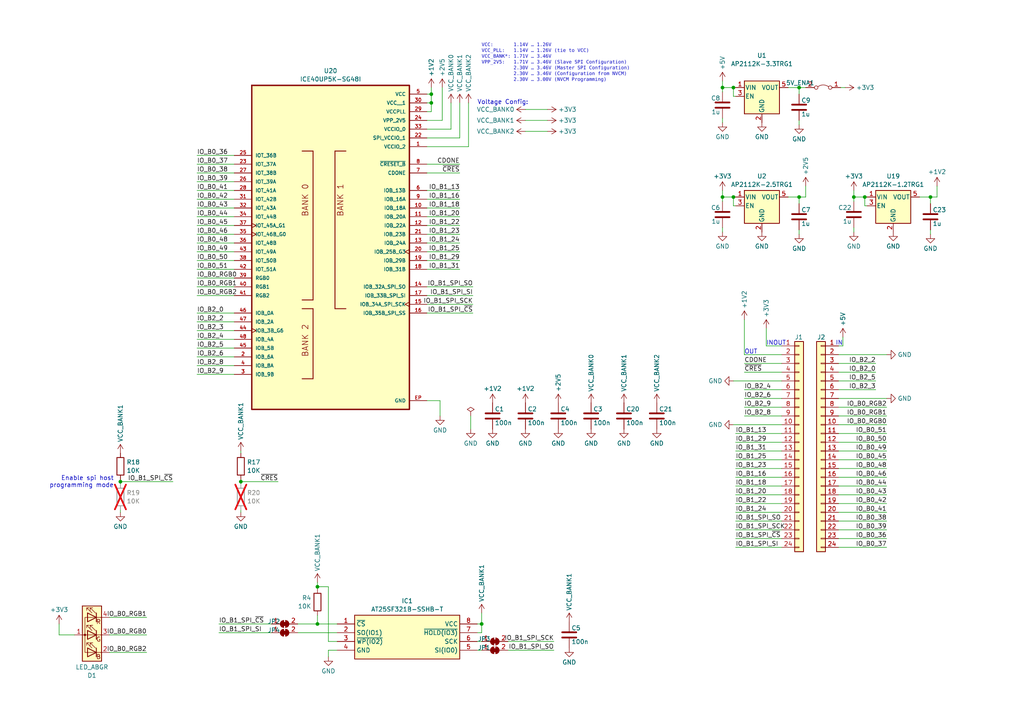
<source format=kicad_sch>
(kicad_sch (version 20230121) (generator eeschema)
  (paper "A4")
  (lib_symbols
    (symbol "Connector_Generic:Conn_01x24" (pin_names (offset 1.016) hide)
      (property "Reference" "J" (at 0 30.48 0))
      (property "Value" "Conn_01x24" (at 0 -33.02 0))
      (symbol "Conn_01x24_1_1"
        (pin passive line (at -5.08 27.94 0) (length 3.81) (name "Pin_1") (number "1"))
        (pin passive line (at -5.08 5.08 0) (length 3.81) (name "Pin_10") (number "10"))
        (pin passive line (at -5.08 2.54 0) (length 3.81) (name "Pin_11") (number "11"))
        (pin passive line (at -5.08 0 0) (length 3.81) (name "Pin_12") (number "12"))
        (pin passive line (at -5.08 -2.54 0) (length 3.81) (name "Pin_13") (number "13"))
        (pin passive line (at -5.08 -5.08 0) (length 3.81) (name "Pin_14") (number "14"))
        (pin passive line (at -5.08 -7.62 0) (length 3.81) (name "Pin_15") (number "15"))
        (pin passive line (at -5.08 -10.16 0) (length 3.81) (name "Pin_16") (number "16"))
        (pin passive line (at -5.08 -12.7 0) (length 3.81) (name "Pin_17") (number "17"))
        (pin passive line (at -5.08 -15.24 0) (length 3.81) (name "Pin_18") (number "18"))
        (pin passive line (at -5.08 -17.78 0) (length 3.81) (name "Pin_19") (number "19"))
        (pin passive line (at -5.08 25.4 0) (length 3.81) (name "Pin_2") (number "2"))
        (pin passive line (at -5.08 -20.32 0) (length 3.81) (name "Pin_20") (number "20"))
        (pin passive line (at -5.08 -22.86 0) (length 3.81) (name "Pin_21") (number "21"))
        (pin passive line (at -5.08 -25.4 0) (length 3.81) (name "Pin_22") (number "22"))
        (pin passive line (at -5.08 -27.94 0) (length 3.81) (name "Pin_23") (number "23"))
        (pin passive line (at -5.08 -30.48 0) (length 3.81) (name "Pin_24") (number "24"))
        (pin passive line (at -5.08 22.86 0) (length 3.81) (name "Pin_3") (number "3"))
        (pin passive line (at -5.08 20.32 0) (length 3.81) (name "Pin_4") (number "4"))
        (pin passive line (at -5.08 17.78 0) (length 3.81) (name "Pin_5") (number "5"))
        (pin passive line (at -5.08 15.24 0) (length 3.81) (name "Pin_6") (number "6"))
        (pin passive line (at -5.08 12.7 0) (length 3.81) (name "Pin_7") (number "7"))
        (pin passive line (at -5.08 10.16 0) (length 3.81) (name "Pin_8") (number "8"))
        (pin passive line (at -5.08 7.62 0) (length 3.81) (name "Pin_9") (number "9"))
      )
    )
    (symbol "Device:C" (pin_numbers hide) (pin_names (offset 0.254))
      (property "Reference" "C" (at 0.635 2.54 0))
      (property "Value" "C" (at 0.635 -2.54 0))
      (symbol "C_1_1"
        (pin passive line (at 0 3.81 270) (length 2.794) (name "~") (number "1"))
        (pin passive line (at 0 -3.81 90) (length 2.794) (name "~") (number "2"))
      )
    )
    (symbol "Device:LED_ABGR" (pin_names (offset 0) hide)
      (property "Reference" "D" (at 0 9.398 0))
      (property "Value" "LED_ABGR" (at 0 -8.89 0))
      (symbol "LED_ABGR_0_0"
        (text "B" (at -1.905 -6.35 0) (effects (font (size 1.27 1.27))))
        (text "G" (at -1.905 -1.27 0) (effects (font (size 1.27 1.27))))
        (text "R" (at -1.905 3.81 0) (effects (font (size 1.27 1.27))))
      )
      (symbol "LED_ABGR_1_1"
        (pin passive line (at 5.08 0 180) (length 2.54) (name "A") (number "1"))
        (pin passive line (at -5.08 -5.08 0) (length 2.54) (name "BK") (number "2"))
        (pin passive line (at -5.08 0 0) (length 2.54) (name "GK") (number "3"))
        (pin passive line (at -5.08 5.08 0) (length 2.54) (name "RK") (number "4"))
      )
    )
    (symbol "Device:R" (pin_numbers hide) (pin_names (offset 0))
      (property "Reference" "R" (at 2.032 0 90))
      (property "Value" "R" (at 0 0 90))
      (symbol "R_1_1"
        (pin passive line (at 0 3.81 270) (length 1.27) (name "~") (number "1"))
        (pin passive line (at 0 -3.81 90) (length 1.27) (name "~") (number "2"))
      )
    )
    (symbol "Jumper:Jumper_2_Bridged" (pin_names (offset 0) hide)
      (property "Reference" "JP" (at 0 1.905 0))
      (property "Value" "Jumper_2_Bridged" (at 0 -2.54 0))
      (symbol "Jumper_2_Bridged_1_1"
        (pin passive line (at -5.08 0 0) (length 2.54) (name "A") (number "1"))
        (pin passive line (at 5.08 0 180) (length 2.54) (name "B") (number "2"))
      )
    )
    (symbol "Jumper:SolderJumper_2_Bridged" (pin_names (offset 0) hide)
      (property "Reference" "JP" (at 0 2.032 0))
      (property "Value" "SolderJumper_2_Bridged" (at 0 -2.54 0))
      (symbol "SolderJumper_2_Bridged_1_1"
        (pin passive line (at -3.81 0 0) (length 2.54) (name "A") (number "1"))
        (pin passive line (at 3.81 0 180) (length 2.54) (name "B") (number "2"))
      )
    )
    (symbol "compi:AP2112K-1.2TRG1" (pin_names (offset 0.254))
      (property "Reference" "U18" (at 0 8.5893 0))
      (property "Value" "AP2112K-1.2TRG1" (at 0 6.1651 0))
      (symbol "AP2112K-1.2TRG1_1_1"
        (pin power_in line (at -7.62 2.54 0) (length 2.54) (name "VIN") (number "1"))
        (pin power_in line (at 0 -7.62 90) (length 2.54) (name "GND") (number "2"))
        (pin input line (at -7.62 0 0) (length 2.54) (name "EN") (number "3"))
        (pin no_connect line (at 5.08 0 180) (length 2.54) hide (name "NC") (number "4"))
        (pin power_out line (at 7.62 2.54 180) (length 2.54) (name "VOUT") (number "5"))
      )
    )
    (symbol "compi:AP2112K-2.5TRG1" (pin_names (offset 0.254))
      (property "Reference" "U18" (at 0 8.5893 0))
      (property "Value" "AP2112K-2.5TRG1" (at 0 6.1651 0))
      (symbol "AP2112K-2.5TRG1_1_1"
        (pin power_in line (at -7.62 2.54 0) (length 2.54) (name "VIN") (number "1"))
        (pin power_in line (at 0 -7.62 90) (length 2.54) (name "GND") (number "2"))
        (pin input line (at -7.62 0 0) (length 2.54) (name "EN") (number "3"))
        (pin no_connect line (at 5.08 0 180) (length 2.54) hide (name "NC") (number "4"))
        (pin power_out line (at 7.62 2.54 180) (length 2.54) (name "VOUT") (number "5"))
      )
    )
    (symbol "compi:AP2112K-3.3TRG1" (pin_names (offset 0.254))
      (property "Reference" "U18" (at 0 8.5893 0))
      (property "Value" "AP2112K-3.3TRG1" (at 0 6.1651 0))
      (symbol "AP2112K-3.3TRG1_1_1"
        (pin power_in line (at -7.62 2.54 0) (length 2.54) (name "VIN") (number "1"))
        (pin power_in line (at 0 -7.62 90) (length 2.54) (name "GND") (number "2"))
        (pin input line (at -7.62 0 0) (length 2.54) (name "EN") (number "3"))
        (pin no_connect line (at 5.08 0 180) (length 2.54) hide (name "NC") (number "4"))
        (pin power_out line (at 7.62 2.54 180) (length 2.54) (name "VOUT") (number "5"))
      )
    )
    (symbol "compi:AT25SF321B-SSHB-T"
      (property "Reference" "IC" (at 36.83 7.62 0))
      (property "Value" "AT25SF321B-SSHB-T" (at 36.83 5.08 0))
      (symbol "AT25SF321B-SSHB-T_1_1"
        (pin passive line (at 0 0 0) (length 5.08) (name "~{CS}") (number "1"))
        (pin passive line (at 0 -2.54 0) (length 5.08) (name "SO(IO1)") (number "2"))
        (pin passive line (at 0 -5.08 0) (length 5.08) (name "~{WP(IO2)}") (number "3"))
        (pin passive line (at 0 -7.62 0) (length 5.08) (name "GND") (number "4"))
        (pin passive line (at 40.64 -7.62 180) (length 5.08) (name "SI(IO0)") (number "5"))
        (pin passive line (at 40.64 -5.08 180) (length 5.08) (name "SCK") (number "6"))
        (pin passive line (at 40.64 -2.54 180) (length 5.08) (name "~{HOLD(IO3)}") (number "7"))
        (pin passive line (at 40.64 0 180) (length 5.08) (name "VCC") (number "8"))
      )
    )
    (symbol "compi:ICE40UP5K-SG48I" (pin_names (offset 1.016))
      (property "Reference" "U" (at -22.8909 46.7699 0))
      (property "Value" "ICE40UP5K-SG48I" (at -22.923 -51.3581 0))
      (symbol "ICE40UP5K-SG48I_0_1"
        (text "BANK 0" (at -6.3623 7.6347 900) (effects (font (size 1.6796 1.6796)) (justify left bottom)))
        (text "BANK 1" (at 3.8165 7.6331 900) (effects (font (size 1.6793 1.6793)) (justify left bottom)))
        (text "BANK 2" (at -6.3585 -33.0641 900) (effects (font (size 1.6786 1.6786)) (justify left bottom)))
        (pin power_in line (at 27.94 27.94 180) (length 5.08) (name "VCCIO_2") (number "1"))
        (pin bidirectional line (at 27.94 10.16 180) (length 5.08) (name "IOB_18A") (number "10"))
        (pin bidirectional line (at 27.94 7.62 180) (length 5.08) (name "IOB_20A") (number "11"))
        (pin bidirectional line (at 27.94 5.08 180) (length 5.08) (name "IOB_22A") (number "12"))
        (pin bidirectional line (at 27.94 0 180) (length 5.08) (name "IOB_24A") (number "13"))
        (pin bidirectional line (at 27.94 -12.7 180) (length 5.08) (name "IOB_32A_SPI_SO") (number "14"))
        (pin bidirectional clock (at 27.94 -17.78 180) (length 5.08) (name "IOB_34A_SPI_SCK") (number "15"))
        (pin bidirectional line (at 27.94 -20.32 180) (length 5.08) (name "IOB_35B_SPI_SS") (number "16"))
        (pin bidirectional line (at 27.94 -15.24 180) (length 5.08) (name "IOB_33B_SPI_SI") (number "17"))
        (pin bidirectional line (at 27.94 -7.62 180) (length 5.08) (name "IOB_31B") (number "18"))
        (pin bidirectional line (at 27.94 -5.08 180) (length 5.08) (name "IOB_29B") (number "19"))
        (pin bidirectional line (at -27.94 -33.02 0) (length 5.08) (name "IOB_6A") (number "2"))
        (pin bidirectional clock (at 27.94 -2.54 180) (length 5.08) (name "IOB_25B_G3") (number "20"))
        (pin bidirectional line (at 27.94 2.54 180) (length 5.08) (name "IOB_23B") (number "21"))
        (pin power_in line (at 27.94 30.48 180) (length 5.08) (name "SPI_VCCIO_1") (number "22"))
        (pin bidirectional line (at -27.94 22.86 0) (length 5.08) (name "IOT_37A") (number "23"))
        (pin power_in line (at 27.94 35.56 180) (length 5.08) (name "VPP_2V5") (number "24"))
        (pin bidirectional line (at -27.94 25.4 0) (length 5.08) (name "IOT_36B") (number "25"))
        (pin bidirectional line (at -27.94 17.78 0) (length 5.08) (name "IOT_39A") (number "26"))
        (pin bidirectional line (at -27.94 20.32 0) (length 5.08) (name "IOT_38B") (number "27"))
        (pin bidirectional line (at -27.94 15.24 0) (length 5.08) (name "IOT_41A") (number "28"))
        (pin power_in line (at 27.94 38.1 180) (length 5.08) (name "VCCPLL") (number "29"))
        (pin bidirectional line (at -27.94 -38.1 0) (length 5.08) (name "IOB_9B") (number "3"))
        (pin power_in line (at 27.94 40.64 180) (length 5.08) (name "VCC__1") (number "30"))
        (pin bidirectional line (at -27.94 12.7 0) (length 5.08) (name "IOT_42B") (number "31"))
        (pin bidirectional line (at -27.94 10.16 0) (length 5.08) (name "IOT_43A") (number "32"))
        (pin power_in line (at 27.94 33.02 180) (length 5.08) (name "VCCIO_0") (number "33"))
        (pin bidirectional line (at -27.94 7.62 0) (length 5.08) (name "IOT_44B") (number "34"))
        (pin bidirectional clock (at -27.94 2.54 0) (length 5.08) (name "IOT_46B_G0") (number "35"))
        (pin bidirectional line (at -27.94 0 0) (length 5.08) (name "IOT_48B") (number "36"))
        (pin bidirectional clock (at -27.94 5.08 0) (length 5.08) (name "IOT_45A_G1") (number "37"))
        (pin bidirectional line (at -27.94 -5.08 0) (length 5.08) (name "IOT_50B") (number "38"))
        (pin bidirectional line (at -27.94 -10.16 0) (length 5.08) (name "RGB0") (number "39"))
        (pin bidirectional line (at -27.94 -35.56 0) (length 5.08) (name "IOB_8A") (number "4"))
        (pin bidirectional line (at -27.94 -12.7 0) (length 5.08) (name "RGB1") (number "40"))
        (pin bidirectional line (at -27.94 -15.24 0) (length 5.08) (name "RGB2") (number "41"))
        (pin bidirectional line (at -27.94 -7.62 0) (length 5.08) (name "IOT_51A") (number "42"))
        (pin bidirectional line (at -27.94 -2.54 0) (length 5.08) (name "IOT_49A") (number "43"))
        (pin bidirectional clock (at -27.94 -25.4 0) (length 5.08) (name "IOB_3B_G6") (number "44"))
        (pin bidirectional line (at -27.94 -30.48 0) (length 5.08) (name "IOB_5B") (number "45"))
        (pin bidirectional line (at -27.94 -20.32 0) (length 5.08) (name "IOB_0A") (number "46"))
        (pin bidirectional line (at -27.94 -22.86 0) (length 5.08) (name "IOB_2A") (number "47"))
        (pin bidirectional line (at -27.94 -27.94 0) (length 5.08) (name "IOB_4A") (number "48"))
        (pin power_in line (at 27.94 43.18 180) (length 5.08) (name "VCC") (number "5"))
        (pin bidirectional line (at 27.94 15.24 180) (length 5.08) (name "IOB_13B") (number "6"))
        (pin bidirectional line (at 27.94 20.32 180) (length 5.08) (name "CDONE") (number "7"))
        (pin input line (at 27.94 22.86 180) (length 5.08) (name "~{CRESET_B}") (number "8"))
        (pin bidirectional line (at 27.94 12.7 180) (length 5.08) (name "IOB_16A") (number "9"))
        (pin power_in line (at 27.94 -45.72 180) (length 5.08) (name "GND") (number "EP"))
      )
    )
    (symbol "library:VCC_BANK0" (power) (pin_names (offset 0))
      (property "Value" "VCC_BANK0" (at 0 3.81 0))
      (symbol "VCC_BANK0_1_1"
        (pin power_in line (at 0 0 90) (length 0) hide (name "VCC_BANK0") (number "1"))
      )
    )
    (symbol "library:VCC_BANK1" (power) (pin_names (offset 0))
      (property "Value" "VCC_BANK1" (at 0 3.81 0))
      (symbol "VCC_BANK1_1_1"
        (pin power_in line (at 0 0 90) (length 0) hide (name "VCC_BANK1") (number "1"))
      )
    )
    (symbol "library:VCC_BANK2" (power) (pin_names (offset 0))
      (property "Value" "VCC_BANK2" (at 0 3.81 0))
      (symbol "VCC_BANK2_1_1"
        (pin power_in line (at 0 0 90) (length 0) hide (name "VCC_BANK2") (number "1"))
      )
    )
    (symbol "power:+1V2" (power) (pin_names (offset 0))
      (property "Value" "+1V2" (at 0 3.556 0))
      (symbol "+1V2_1_1"
        (pin power_in line (at 0 0 90) (length 0) hide (name "+1V2") (number "1"))
      )
    )
    (symbol "power:+2V5" (power) (pin_names (offset 0))
      (property "Value" "+2V5" (at 0 3.556 0))
      (symbol "+2V5_1_1"
        (pin power_in line (at 0 0 90) (length 0) hide (name "+2V5") (number "1"))
      )
    )
    (symbol "power:+3V3" (power) (pin_names (offset 0))
      (property "Value" "+3V3" (at 0 3.556 0))
      (symbol "+3V3_1_1"
        (pin power_in line (at 0 0 90) (length 0) hide (name "+3V3") (number "1"))
      )
    )
    (symbol "power:+5V" (power) (pin_names (offset 0))
      (property "Value" "+5V" (at 0 3.556 0))
      (symbol "+5V_1_1"
        (pin power_in line (at 0 0 90) (length 0) hide (name "+5V") (number "1"))
      )
    )
    (symbol "power:GND" (power) (pin_names (offset 0))
      (property "Value" "GND" (at 0 -3.81 0))
      (symbol "GND_1_1"
        (pin power_in line (at 0 0 270) (length 0) hide (name "GND") (number "1"))
      )
    )
    (symbol "power:PWR_FLAG" (power) (pin_numbers hide) (pin_names (offset 0) hide)
      (property "Value" "PWR_FLAG" (at 0 3.81 0))
      (symbol "PWR_FLAG_0_0"
        (pin power_out line (at 0 0 90) (length 0) (name "pwr") (number "1"))
      )
    )
  )
  (junction (at 34.925 139.7))
  (junction (at 125.095 29.845))
  (junction (at 231.775 25.4))
  (junction (at 69.85 139.7))
  (junction (at 212.725 57.15))
  (junction (at 269.875 57.15))
  (junction (at 125.095 27.305))
  (junction (at 92.075 180.975))
  (junction (at 209.55 25.4))
  (junction (at 92.075 170.18))
  (junction (at 139.7 180.975))
  (junction (at 247.65 57.15))
  (junction (at 250.825 57.15))
  (junction (at 231.775 57.15))
  (junction (at 209.55 57.15))
  (junction (at 212.725 25.4))
  (wire (pts (xy 57.15 98.425) (xy 67.945 98.425)))
  (wire (pts (xy 228.6 25.4) (xy 231.775 25.4)))
  (wire (pts (xy 209.55 23.495) (xy 209.55 25.4)))
  (wire (pts (xy 123.825 34.925) (xy 128.27 34.925)))
  (wire (pts (xy 215.9 118.11) (xy 226.695 118.11)))
  (wire (pts (xy 212.725 25.4) (xy 213.36 25.4)))
  (wire (pts (xy 213.36 151.13) (xy 226.695 151.13)))
  (wire (pts (xy 123.825 73.025) (xy 133.35 73.025)))
  (wire (pts (xy 57.15 108.585) (xy 67.945 108.585)))
  (wire (pts (xy 67.945 90.805) (xy 57.15 90.805)))
  (wire (pts (xy 57.15 100.965) (xy 67.945 100.965)))
  (wire (pts (xy 226.695 138.43) (xy 213.36 138.43)))
  (wire (pts (xy 247.65 58.42) (xy 247.65 57.15)))
  (wire (pts (xy 123.825 27.305) (xy 125.095 27.305)))
  (wire (pts (xy 212.725 25.4) (xy 212.725 27.94)))
  (wire (pts (xy 69.85 139.065) (xy 69.85 139.7)))
  (wire (pts (xy 231.775 57.15) (xy 233.68 57.15)))
  (wire (pts (xy 57.15 78.105) (xy 67.945 78.105)))
  (wire (pts (xy 123.825 75.565) (xy 133.35 75.565)))
  (wire (pts (xy 57.15 60.325) (xy 67.945 60.325)))
  (wire (pts (xy 137.16 83.185) (xy 123.825 83.185)))
  (wire (pts (xy 92.075 170.815) (xy 92.075 170.18)))
  (wire (pts (xy 123.825 67.945) (xy 133.35 67.945)))
  (wire (pts (xy 57.15 106.045) (xy 67.945 106.045)))
  (wire (pts (xy 57.15 103.505) (xy 67.945 103.505)))
  (wire (pts (xy 130.81 29.845) (xy 130.81 37.465)))
  (wire (pts (xy 92.075 168.91) (xy 92.075 170.18)))
  (wire (pts (xy 226.695 146.05) (xy 213.36 146.05)))
  (wire (pts (xy 123.825 50.165) (xy 133.35 50.165)))
  (wire (pts (xy 266.7 57.15) (xy 269.875 57.15)))
  (wire (pts (xy 138.43 180.975) (xy 139.7 180.975)))
  (wire (pts (xy 57.15 62.865) (xy 67.945 62.865)))
  (wire (pts (xy 269.875 57.15) (xy 271.78 57.15)))
  (wire (pts (xy 57.15 57.785) (xy 67.945 57.785)))
  (wire (pts (xy 226.695 148.59) (xy 213.36 148.59)))
  (wire (pts (xy 257.175 143.51) (xy 243.205 143.51)))
  (wire (pts (xy 69.85 147.955) (xy 69.85 148.59)))
  (wire (pts (xy 57.15 83.185) (xy 67.945 83.185)))
  (wire (pts (xy 209.55 34.29) (xy 209.55 35.56)))
  (wire (pts (xy 215.9 115.57) (xy 226.695 115.57)))
  (wire (pts (xy 34.925 139.7) (xy 34.925 140.335)))
  (wire (pts (xy 152.4 34.925) (xy 158.75 34.925)))
  (wire (pts (xy 152.4 38.1) (xy 158.75 38.1)))
  (wire (pts (xy 138.43 188.595) (xy 139.7 188.595)))
  (wire (pts (xy 57.15 93.345) (xy 67.945 93.345)))
  (wire (pts (xy 63.5 180.975) (xy 78.74 180.975)))
  (wire (pts (xy 231.775 25.4) (xy 233.68 25.4)))
  (wire (pts (xy 57.15 73.025) (xy 67.945 73.025)))
  (wire (pts (xy 247.65 55.245) (xy 247.65 57.15)))
  (wire (pts (xy 257.175 135.89) (xy 243.205 135.89)))
  (wire (pts (xy 123.825 47.625) (xy 133.35 47.625)))
  (wire (pts (xy 137.16 88.265) (xy 123.825 88.265)))
  (wire (pts (xy 69.85 139.7) (xy 80.645 139.7)))
  (wire (pts (xy 269.875 66.675) (xy 269.875 67.945)))
  (wire (pts (xy 213.36 158.75) (xy 226.695 158.75)))
  (wire (pts (xy 92.075 180.975) (xy 97.79 180.975)))
  (wire (pts (xy 257.175 138.43) (xy 243.205 138.43)))
  (wire (pts (xy 250.825 57.15) (xy 251.46 57.15)))
  (wire (pts (xy 250.825 59.69) (xy 251.46 59.69)))
  (wire (pts (xy 123.825 65.405) (xy 133.35 65.405)))
  (wire (pts (xy 123.825 32.385) (xy 125.095 32.385)))
  (wire (pts (xy 95.25 170.18) (xy 95.25 186.055)))
  (wire (pts (xy 231.775 34.925) (xy 231.775 36.195)))
  (wire (pts (xy 231.775 25.4) (xy 231.775 27.305)))
  (wire (pts (xy 86.36 183.515) (xy 97.79 183.515)))
  (wire (pts (xy 209.55 66.04) (xy 209.55 67.31)))
  (wire (pts (xy 123.825 116.205) (xy 127.635 116.205)))
  (wire (pts (xy 245.11 25.4) (xy 243.84 25.4)))
  (wire (pts (xy 34.925 139.7) (xy 50.165 139.7)))
  (wire (pts (xy 226.695 125.73) (xy 213.36 125.73)))
  (wire (pts (xy 244.475 97.79) (xy 244.475 100.33)))
  (wire (pts (xy 57.15 50.165) (xy 67.945 50.165)))
  (wire (pts (xy 86.36 180.975) (xy 92.075 180.975)))
  (wire (pts (xy 95.25 186.055) (xy 97.79 186.055)))
  (wire (pts (xy 95.25 188.595) (xy 95.25 190.5)))
  (wire (pts (xy 125.095 25.4) (xy 125.095 27.305)))
  (wire (pts (xy 257.175 118.11) (xy 243.205 118.11)))
  (wire (pts (xy 228.6 57.15) (xy 231.775 57.15)))
  (wire (pts (xy 257.175 151.13) (xy 243.205 151.13)))
  (wire (pts (xy 123.825 62.865) (xy 133.35 62.865)))
  (wire (pts (xy 97.79 188.595) (xy 95.25 188.595)))
  (wire (pts (xy 160.655 186.055) (xy 147.32 186.055)))
  (wire (pts (xy 226.695 110.49) (xy 212.725 110.49)))
  (wire (pts (xy 257.175 130.81) (xy 243.205 130.81)))
  (wire (pts (xy 233.68 53.975) (xy 233.68 57.15)))
  (wire (pts (xy 57.15 65.405) (xy 67.945 65.405)))
  (wire (pts (xy 92.075 170.18) (xy 95.25 170.18)))
  (wire (pts (xy 42.545 189.23) (xy 31.75 189.23)))
  (wire (pts (xy 123.825 29.845) (xy 125.095 29.845)))
  (wire (pts (xy 212.725 57.15) (xy 213.36 57.15)))
  (wire (pts (xy 269.875 57.15) (xy 269.875 59.055)))
  (wire (pts (xy 226.695 140.97) (xy 213.36 140.97)))
  (wire (pts (xy 57.15 70.485) (xy 67.945 70.485)))
  (wire (pts (xy 226.695 102.87) (xy 215.9 102.87)))
  (wire (pts (xy 138.43 186.055) (xy 139.7 186.055)))
  (wire (pts (xy 226.695 107.95) (xy 215.9 107.95)))
  (wire (pts (xy 213.36 156.21) (xy 226.695 156.21)))
  (wire (pts (xy 243.205 102.87) (xy 257.175 102.87)))
  (wire (pts (xy 212.725 27.94) (xy 213.36 27.94)))
  (wire (pts (xy 123.825 42.545) (xy 135.89 42.545)))
  (wire (pts (xy 212.725 57.15) (xy 212.725 59.69)))
  (wire (pts (xy 123.825 70.485) (xy 133.35 70.485)))
  (wire (pts (xy 57.15 80.645) (xy 67.945 80.645)))
  (wire (pts (xy 123.825 40.005) (xy 133.35 40.005)))
  (wire (pts (xy 57.15 85.725) (xy 67.945 85.725)))
  (wire (pts (xy 257.175 120.65) (xy 243.205 120.65)))
  (wire (pts (xy 257.175 146.05) (xy 243.205 146.05)))
  (wire (pts (xy 139.7 177.8) (xy 139.7 180.975)))
  (wire (pts (xy 34.925 147.955) (xy 34.925 148.59)))
  (wire (pts (xy 42.545 179.07) (xy 31.75 179.07)))
  (wire (pts (xy 92.075 178.435) (xy 92.075 180.975)))
  (wire (pts (xy 128.27 25.4) (xy 128.27 34.925)))
  (wire (pts (xy 209.55 26.67) (xy 209.55 25.4)))
  (wire (pts (xy 127.635 116.205) (xy 127.635 120.65)))
  (wire (pts (xy 257.175 123.19) (xy 243.205 123.19)))
  (wire (pts (xy 226.695 130.81) (xy 213.36 130.81)))
  (wire (pts (xy 57.15 45.085) (xy 67.945 45.085)))
  (wire (pts (xy 257.175 128.27) (xy 243.205 128.27)))
  (wire (pts (xy 226.695 100.33) (xy 222.25 100.33)))
  (wire (pts (xy 137.16 90.805) (xy 123.825 90.805)))
  (wire (pts (xy 135.89 29.845) (xy 135.89 42.545)))
  (wire (pts (xy 226.695 143.51) (xy 213.36 143.51)))
  (wire (pts (xy 123.825 57.785) (xy 133.35 57.785)))
  (wire (pts (xy 209.55 57.15) (xy 212.725 57.15)))
  (wire (pts (xy 254 110.49) (xy 243.205 110.49)))
  (wire (pts (xy 226.695 113.03) (xy 215.9 113.03)))
  (wire (pts (xy 123.825 78.105) (xy 133.35 78.105)))
  (wire (pts (xy 139.7 180.975) (xy 139.7 183.515)))
  (wire (pts (xy 247.65 66.04) (xy 247.65 67.31)))
  (wire (pts (xy 63.5 183.515) (xy 78.74 183.515)))
  (wire (pts (xy 123.825 55.245) (xy 133.35 55.245)))
  (wire (pts (xy 213.36 153.67) (xy 226.695 153.67)))
  (wire (pts (xy 123.825 60.325) (xy 133.35 60.325)))
  (wire (pts (xy 215.9 92.71) (xy 215.9 102.87)))
  (wire (pts (xy 212.725 59.69) (xy 213.36 59.69)))
  (wire (pts (xy 152.4 31.75) (xy 158.75 31.75)))
  (wire (pts (xy 160.655 188.595) (xy 147.32 188.595)))
  (wire (pts (xy 133.35 29.845) (xy 133.35 40.005)))
  (wire (pts (xy 137.16 85.725) (xy 123.825 85.725)))
  (wire (pts (xy 226.695 123.19) (xy 212.725 123.19)))
  (wire (pts (xy 226.695 133.35) (xy 213.36 133.35)))
  (wire (pts (xy 226.695 128.27) (xy 213.36 128.27)))
  (wire (pts (xy 125.095 27.305) (xy 125.095 29.845)))
  (wire (pts (xy 209.55 55.245) (xy 209.55 57.15)))
  (wire (pts (xy 215.9 120.65) (xy 226.695 120.65)))
  (wire (pts (xy 254 105.41) (xy 243.205 105.41)))
  (wire (pts (xy 34.925 139.065) (xy 34.925 139.7)))
  (wire (pts (xy 257.175 156.21) (xy 243.205 156.21)))
  (wire (pts (xy 57.15 95.885) (xy 67.945 95.885)))
  (wire (pts (xy 257.175 140.97) (xy 243.205 140.97)))
  (wire (pts (xy 138.43 183.515) (xy 139.7 183.515)))
  (wire (pts (xy 69.85 130.81) (xy 69.85 131.445)))
  (wire (pts (xy 57.15 75.565) (xy 67.945 75.565)))
  (wire (pts (xy 254 107.95) (xy 243.205 107.95)))
  (wire (pts (xy 209.55 25.4) (xy 212.725 25.4)))
  (wire (pts (xy 57.15 55.245) (xy 67.945 55.245)))
  (wire (pts (xy 57.15 52.705) (xy 67.945 52.705)))
  (wire (pts (xy 257.175 133.35) (xy 243.205 133.35)))
  (wire (pts (xy 257.175 158.75) (xy 243.205 158.75)))
  (wire (pts (xy 247.65 57.15) (xy 250.825 57.15)))
  (wire (pts (xy 57.15 67.945) (xy 67.945 67.945)))
  (wire (pts (xy 57.15 47.625) (xy 67.945 47.625)))
  (wire (pts (xy 17.145 180.975) (xy 17.145 184.15)))
  (wire (pts (xy 42.545 184.15) (xy 31.75 184.15)))
  (wire (pts (xy 257.175 153.67) (xy 243.205 153.67)))
  (wire (pts (xy 250.825 57.15) (xy 250.825 59.69)))
  (wire (pts (xy 123.825 37.465) (xy 130.81 37.465)))
  (wire (pts (xy 257.175 125.73) (xy 243.205 125.73)))
  (wire (pts (xy 17.145 184.15) (xy 21.59 184.15)))
  (wire (pts (xy 222.25 95.25) (xy 222.25 100.33)))
  (wire (pts (xy 243.205 115.57) (xy 257.175 115.57)))
  (wire (pts (xy 226.695 135.89) (xy 213.36 135.89)))
  (wire (pts (xy 243.205 100.33) (xy 244.475 100.33)))
  (wire (pts (xy 271.78 53.975) (xy 271.78 57.15)))
  (wire (pts (xy 231.775 57.15) (xy 231.775 59.055)))
  (wire (pts (xy 257.175 148.59) (xy 243.205 148.59)))
  (wire (pts (xy 209.55 58.42) (xy 209.55 57.15)))
  (wire (pts (xy 136.525 120.65) (xy 136.525 124.46)))
  (wire (pts (xy 231.775 66.675) (xy 231.775 67.945)))
  (wire (pts (xy 69.85 139.7) (xy 69.85 140.335)))
  (wire (pts (xy 254 113.03) (xy 243.205 113.03)))
  (wire (pts (xy 125.095 29.845) (xy 125.095 32.385)))
  (wire (pts (xy 226.695 105.41) (xy 215.9 105.41)))
  (text "Enable spi host\nprogramming mode" (at 33.02 141.605 0) (effects (font (size 1.27 1.27)) (justify right bottom)))
  (text "INOUT" (at 222.25 100.33 0) (effects (font (size 1.27 1.27)) (justify left bottom)))
  (text "OUT" (at 215.9 102.87 0) (effects (font (size 1.27 1.27)) (justify left bottom)))
  (text "Voltage Config:" (at 138.43 30.48 0) (effects (font (size 1.27 1.27)) (justify left bottom)))
  (text "VCC:       1.14V … 1.26V\nVCC_PLL:   1.14V … 1.26V (tie to VCC)\nVCC_BANK*: 1.71V … 3.46V\nVPP_2V5:   1.71V … 3.46V (Slave SPI Configuration)\n           2.30V … 3.46V (Master SPI Configuration)\n           2.30V … 3.46V (Configuration from NVCM)\n           2.30V … 3.00V (NVCM Programming)" (at 139.7 24.13 0) (effects (font (size 1 1)) (justify left bottom)))
  (text "IN" (at 244.475 100.33 0) (effects (font (size 1.27 1.27)) (justify right bottom)))
  (label "IO_B0_51" (at 57.15 78.105 0))
  (label "IO_B1_SPI_SCK" (at 160.655 186.055 180))
  (label "IO_B1_22" (at 213.36 146.05 0))
  (label "IO_B1_31" (at 213.36 130.81 0))
  (label "IO_B0_RGB2" (at 42.545 189.23 180))
  (label "IO_B1_24" (at 133.35 70.485 180))
  (label "IO_B2_4" (at 57.15 98.425 0))
  (label "IO_B0_49" (at 257.175 130.81 180))
  (label "IO_B1_SPI_~{CS}" (at 137.16 90.805 180))
  (label "IO_B0_41" (at 57.15 55.245 0))
  (label "IO_B0_43" (at 57.15 60.325 0))
  (label "~{CRES}" (at 80.645 139.7 180))
  (label "IO_B2_8" (at 215.9 120.65 0))
  (label "IO_B2_9" (at 215.9 118.11 0))
  (label "IO_B2_6" (at 215.9 115.57 0))
  (label "IO_B2_8" (at 57.15 106.045 0))
  (label "CDONE" (at 215.9 105.41 0))
  (label "IO_B1_13" (at 133.35 55.245 180))
  (label "IO_B0_48" (at 257.175 135.89 180))
  (label "IO_B2_2" (at 57.15 93.345 0))
  (label "IO_B0_42" (at 257.175 146.05 180))
  (label "IO_B1_SPI_SO" (at 160.655 188.595 180))
  (label "IO_B2_0" (at 254 107.95 180))
  (label "IO_B2_6" (at 57.15 103.505 0))
  (label "IO_B0_50" (at 57.15 75.565 0))
  (label "IO_B0_37" (at 57.15 47.625 0))
  (label "IO_B0_48" (at 57.15 70.485 0))
  (label "IO_B2_5" (at 57.15 100.965 0))
  (label "IO_B1_20" (at 213.36 143.51 0))
  (label "IO_B0_50" (at 257.175 128.27 180))
  (label "IO_B1_20" (at 133.35 62.865 180))
  (label "IO_B1_25" (at 213.36 133.35 0))
  (label "IO_B0_46" (at 257.175 138.43 180))
  (label "IO_B0_42" (at 57.15 57.785 0))
  (label "IO_B0_RGB0" (at 57.15 80.645 0))
  (label "IO_B0_36" (at 57.15 45.085 0))
  (label "IO_B0_49" (at 57.15 73.025 0))
  (label "IO_B1_SPI_SI" (at 137.16 85.725 180))
  (label "IO_B0_RGB0" (at 42.545 184.15 180))
  (label "IO_B0_51" (at 257.175 125.73 180))
  (label "IO_B2_2" (at 254 105.41 180))
  (label "IO_B0_44" (at 257.175 140.97 180))
  (label "IO_B1_23" (at 213.36 135.89 0))
  (label "IO_B1_18" (at 213.36 140.97 0))
  (label "IO_B0_38" (at 57.15 50.165 0))
  (label "~{CRES}" (at 215.9 107.95 0))
  (label "IO_B2_5" (at 254 110.49 180))
  (label "IO_B0_37" (at 257.175 158.75 180))
  (label "IO_B1_SPI_~{CS}" (at 213.36 156.21 0))
  (label "IO_B1_SPI_SI" (at 63.5 183.515 0))
  (label "IO_B0_44" (at 57.15 62.865 0))
  (label "IO_B1_16" (at 133.35 57.785 180))
  (label "IO_B1_25" (at 133.35 73.025 180))
  (label "IO_B0_45" (at 57.15 65.405 0))
  (label "IO_B2_4" (at 215.9 113.03 0))
  (label "IO_B0_36" (at 257.175 156.21 180))
  (label "IO_B0_RGB1" (at 57.15 83.185 0))
  (label "IO_B0_RGB0" (at 257.175 123.19 180))
  (label "IO_B1_SPI_SCK" (at 137.16 88.265 180))
  (label "IO_B1_22" (at 133.35 65.405 180))
  (label "IO_B1_SPI_SO" (at 137.16 83.185 180))
  (label "IO_B1_18" (at 133.35 60.325 180))
  (label "IO_B1_16" (at 213.36 138.43 0))
  (label "CDONE" (at 133.35 47.625 180))
  (label "IO_B1_29" (at 133.35 75.565 180))
  (label "IO_B0_39" (at 257.175 153.67 180))
  (label "IO_B1_SPI_SO" (at 213.36 151.13 0))
  (label "IO_B1_SPI_SI" (at 213.36 158.75 0))
  (label "IO_B1_SPI_SCK" (at 213.36 153.67 0))
  (label "IO_B1_SPI_~{CS}" (at 63.5 180.975 0))
  (label "IO_B0_RGB2" (at 57.15 85.725 0))
  (label "IO_B0_RGB1" (at 42.545 179.07 180))
  (label "IO_B0_RGB1" (at 257.175 120.65 180))
  (label "IO_B0_46" (at 57.15 67.945 0))
  (label "IO_B0_43" (at 257.175 143.51 180))
  (label "IO_B2_3" (at 254 113.03 180))
  (label "IO_B0_38" (at 257.175 151.13 180))
  (label "IO_B1_29" (at 213.36 128.27 0))
  (label "IO_B2_9" (at 57.15 108.585 0))
  (label "IO_B1_24" (at 213.36 148.59 0))
  (label "IO_B2_0" (at 57.15 90.805 0))
  (label "IO_B1_31" (at 133.35 78.105 180))
  (label "IO_B1_SPI_~{CS}" (at 50.165 139.7 180))
  (label "IO_B0_39" (at 57.15 52.705 0))
  (label "IO_B0_45" (at 257.175 133.35 180))
  (label "IO_B2_3" (at 57.15 95.885 0))
  (label "IO_B0_41" (at 257.175 148.59 180))
  (label "~{CRES}" (at 133.35 50.165 180))
  (label "IO_B1_13" (at 213.36 125.73 0))
  (label "IO_B1_23" (at 133.35 67.945 180))
  (label "IO_B0_RGB2" (at 257.175 118.11 180))
  (symbol (lib_id "library:VCC_BANK2") (at 135.89 29.845 0) (unit 1)
    (property "Reference" "#PWR014" (effects hide))
    (property "Value" "VCC_BANK2" (at 135.89 26.67 90) (effects (justify left)))
  )
  (symbol (lib_id "power:GND") (at 259.08 67.31 0) (unit 1)
    (property "Reference" "#PWR0151" (effects hide))
    (property "Value" "GND" (at 259.08 71.4431 0))
  )
  (symbol (lib_id "power:GND") (at 127.635 120.65 0) (unit 1)
    (property "Reference" "#PWR037" (effects hide))
    (property "Value" "GND" (at 127.635 124.7831 0))
  )
  (symbol (lib_id "Device:C") (at 190.5 120.65 0) (unit 1)
    (property "Reference" "C21" (at 191.135 119.38 0) (effects (justify left bottom)))
    (property "Value" "100n" (at 191.135 121.92 0) (effects (justify left top)))
    (property "Footprint" "Capacitor_SMD:C_0603_1608Metric_Pad1.08x0.95mm_HandSolder" (effects hide))
  )
  (symbol (lib_id "power:GND") (at 231.775 36.195 0) (unit 1)
    (property "Reference" "#PWR059" (effects hide))
    (property "Value" "GND" (at 231.775 40.3281 0))
  )
  (symbol (lib_id "Device:C") (at 161.925 120.65 0) (unit 1)
    (property "Reference" "C4" (at 162.56 119.38 0) (effects (justify left bottom)))
    (property "Value" "100n" (at 162.56 121.92 0) (effects (justify left top)))
    (property "Footprint" "Capacitor_SMD:C_0603_1608Metric_Pad1.08x0.95mm_HandSolder" (effects hide))
  )
  (symbol (lib_id "library:VCC_BANK1") (at 139.7 177.8 0) (mirror y) (unit 1)
    (property "Reference" "#PWR02" (effects hide))
    (property "Value" "VCC_BANK1" (at 139.7 174.625 90) (effects (justify left)))
  )
  (symbol (lib_id "library:VCC_BANK1") (at 92.075 168.91 0) (mirror y) (unit 1)
    (property "Reference" "#PWR018" (effects hide))
    (property "Value" "VCC_BANK1" (at 92.075 165.735 90) (effects (justify left)))
  )
  (symbol (lib_id "power:GND") (at 231.775 67.945 0) (unit 1)
    (property "Reference" "#PWR053" (effects hide))
    (property "Value" "GND" (at 231.775 72.0781 0))
  )
  (symbol (lib_id "Jumper:SolderJumper_2_Bridged") (at 82.55 183.515 0) (unit 1)
    (property "Reference" "JP4" (at 81.28 183.515 0) (effects (justify right bottom)))
    (property "Value" "SolderJumper_2_Bridged" (effects hide))
    (property "Footprint" "Jumper:SolderJumper-2_P1.3mm_Open_RoundedPad1.0x1.5mm" (effects hide))
  )
  (symbol (lib_id "Device:C") (at 231.775 31.115 0) (unit 1)
    (property "Reference" "C9" (at 232.41 29.845 0) (effects (justify left bottom)))
    (property "Value" "1u" (at 232.41 32.385 0) (effects (justify left top)))
    (property "Footprint" "Capacitor_SMD:C_0603_1608Metric_Pad1.08x0.95mm_HandSolder" (effects hide))
  )
  (symbol (lib_id "Device:C") (at 171.45 120.65 0) (unit 1)
    (property "Reference" "C3" (at 172.085 119.38 0) (effects (justify left bottom)))
    (property "Value" "100n" (at 172.085 121.92 0) (effects (justify left top)))
    (property "Footprint" "Capacitor_SMD:C_0603_1608Metric_Pad1.08x0.95mm_HandSolder" (effects hide))
  )
  (symbol (lib_id "power:+3V3") (at 158.75 38.1 270) (unit 1)
    (property "Reference" "#PWR036" (effects hide))
    (property "Value" "+3V3" (at 161.925 38.1 90) (effects (justify left)))
  )
  (symbol (lib_id "power:GND") (at 212.725 123.19 270) (mirror x) (unit 1)
    (property "Reference" "#PWR026" (effects hide))
    (property "Value" "GND" (at 209.55 123.19 90) (effects (justify right)))
  )
  (symbol (lib_id "compi:ICE40UP5K-SG48I") (at 95.885 70.485 0) (unit 1)
    (property "Reference" "U20" (at 95.885 20.5427 0))
    (property "Value" "ICE40UP5K-SG48I" (at 95.885 22.9669 0))
    (property "Footprint" "compi:ICE40UP5K-SG48I" (effects hide))
    (property "Datasheet" "https://www.latticesemi.com/-/media/LatticeSemi/Documents/DataSheets/iCE/FPGA-DS-02008-1-9-iCE40-UltraPlus-Family-Data-Sheet.ashx?document_id=51968" (effects hide))
    (property "DigiKey Part No." "220-2212-1-ND" (effects hide))
    (property "TroniDex Part No." "ICE40UP5K-SG48I" (effects hide))
    (property "LCSC Part No." "C2678152" (effects hide))
  )
  (symbol (lib_id "power:GND") (at 152.4 124.46 0) (unit 1)
    (property "Reference" "#PWR016" (effects hide))
    (property "Value" "GND" (at 152.4 128.5931 0))
  )
  (symbol (lib_id "Device:R") (at 34.925 144.145 180) (unit 1) (in_bom no) (dnp yes)
    (property "Reference" "R19" (at 36.703 142.9329 0) (effects (justify right)))
    (property "Value" "10K" (at 36.703 145.3571 0) (effects (justify right)))
    (property "Footprint" "Resistor_SMD:R_0603_1608Metric_Pad0.98x0.95mm_HandSolder" (effects hide))
    (property "Sim.Enable" "0" (effects hide))
  )
  (symbol (lib_id "library:VCC_BANK1") (at 133.35 29.845 0) (unit 1)
    (property "Reference" "#PWR013" (effects hide))
    (property "Value" "VCC_BANK1" (at 133.35 26.67 90) (effects (justify left)))
  )
  (symbol (lib_id "Device:C") (at 152.4 120.65 0) (unit 1)
    (property "Reference" "C2" (at 153.035 119.38 0) (effects (justify left bottom)))
    (property "Value" "100n" (at 153.035 121.92 0) (effects (justify left top)))
    (property "Footprint" "Capacitor_SMD:C_0603_1608Metric_Pad1.08x0.95mm_HandSolder" (effects hide))
  )
  (symbol (lib_id "Device:C") (at 165.1 184.15 0) (unit 1)
    (property "Reference" "C5" (at 165.735 182.88 0) (effects (justify left bottom)))
    (property "Value" "100n" (at 165.735 185.42 0) (effects (justify left top)))
    (property "Footprint" "Capacitor_SMD:C_0603_1608Metric_Pad1.08x0.95mm_HandSolder" (effects hide))
  )
  (symbol (lib_id "power:PWR_FLAG") (at 136.525 120.65 0) (unit 1)
    (property "Reference" "#FLG04" (effects hide))
    (property "Value" "PWR_FLAG" (effects hide))
  )
  (symbol (lib_id "library:VCC_BANK1") (at 34.925 131.445 0) (mirror y) (unit 1)
    (property "Reference" "#PWR046" (effects hide))
    (property "Value" "VCC_BANK1" (at 34.925 128.27 90) (effects (justify left)))
  )
  (symbol (lib_id "power:+3V3") (at 222.25 95.25 0) (mirror y) (unit 1)
    (property "Reference" "#PWR09" (effects hide))
    (property "Value" "+3V3" (at 222.25 92.075 90) (effects (justify left)))
  )
  (symbol (lib_id "power:+3V3") (at 158.75 34.925 270) (unit 1)
    (property "Reference" "#PWR032" (effects hide))
    (property "Value" "+3V3" (at 161.925 34.925 90) (effects (justify left)))
  )
  (symbol (lib_id "Device:LED_ABGR") (at 26.67 184.15 0) (mirror y) (unit 1)
    (property "Reference" "D1" (at 26.67 195.9143 0))
    (property "Value" "LED_ABGR" (at 26.67 193.4901 0))
    (property "Footprint" "LED_SMD:LED_RGB_1210" (effects hide))
  )
  (symbol (lib_id "compi:AP2112K-1.2TRG1") (at 259.08 59.69 0) (unit 1)
    (property "Reference" "U19" (at 259.08 51.1007 0))
    (property "Value" "AP2112K-1.2TRG1" (at 259.08 53.5249 0))
    (property "Footprint" "compi:AP2112K-1_2TRG1" (effects hide))
    (property "Datasheet" "https://www.diodes.com/assets/Datasheets/AP2112.pdf" (effects hide))
    (property "DigiKey Part No." "31-AP2112K-1.2TRG1CT-ND" (effects hide))
    (property "TroniDex Part No." "AP2112K-1.2TRG1" (effects hide))
    (property "LCSC Part No." "C460310" (effects hide))
  )
  (symbol (lib_id "power:+3V3") (at 247.65 55.245 0) (unit 1)
    (property "Reference" "#PWR07" (effects hide))
    (property "Value" "+3V3" (at 247.65 51.1119 0))
  )
  (symbol (lib_id "power:+3V3") (at 245.11 25.4 270) (unit 1)
    (property "Reference" "#PWR0153" (effects hide))
    (property "Value" "+3V3" (at 248.285 25.4 90) (effects (justify left)))
  )
  (symbol (lib_id "power:+2V5") (at 233.68 53.975 0) (unit 1)
    (property "Reference" "#PWR054" (effects hide))
    (property "Value" "+2V5" (at 233.68 50.8 90) (effects (justify left)))
  )
  (symbol (lib_id "Jumper:SolderJumper_2_Bridged") (at 82.55 180.975 0) (unit 1)
    (property "Reference" "JP2" (at 81.28 180.975 0) (effects (justify right bottom)))
    (property "Value" "SolderJumper_2_Bridged" (effects hide))
    (property "Footprint" "Jumper:SolderJumper-2_P1.3mm_Open_RoundedPad1.0x1.5mm" (effects hide))
  )
  (symbol (lib_id "power:+2V5") (at 161.925 116.84 0) (unit 1)
    (property "Reference" "#PWR044" (effects hide))
    (property "Value" "+2V5" (at 161.925 113.665 90) (effects (justify left)))
  )
  (symbol (lib_id "Device:R") (at 69.85 144.145 180) (unit 1) (in_bom no) (dnp yes)
    (property "Reference" "R20" (at 71.628 142.9329 0) (effects (justify right)))
    (property "Value" "10K" (at 71.628 145.3571 0) (effects (justify right)))
    (property "Footprint" "Resistor_SMD:R_0603_1608Metric_Pad0.98x0.95mm_HandSolder" (effects hide))
    (property "Sim.Enable" "0" (effects hide))
  )
  (symbol (lib_id "Device:C") (at 209.55 62.23 0) (mirror y) (unit 1)
    (property "Reference" "C6" (at 208.915 60.96 0) (effects (justify left bottom)))
    (property "Value" "1u" (at 208.915 63.5 0) (effects (justify left top)))
    (property "Footprint" "Capacitor_SMD:C_0603_1608Metric_Pad1.08x0.95mm_HandSolder" (effects hide))
  )
  (symbol (lib_id "power:GND") (at 247.65 67.31 0) (unit 1)
    (property "Reference" "#PWR08" (effects hide))
    (property "Value" "GND" (at 247.65 71.4431 0))
  )
  (symbol (lib_id "power:+1V2") (at 215.9 92.71 0) (mirror y) (unit 1)
    (property "Reference" "#PWR017" (effects hide))
    (property "Value" "+1V2" (at 215.9 89.535 90) (effects (justify left)))
  )
  (symbol (lib_id "power:GND") (at 171.45 124.46 0) (unit 1)
    (property "Reference" "#PWR020" (effects hide))
    (property "Value" "GND" (at 171.45 128.5931 0))
  )
  (symbol (lib_id "Device:C") (at 231.775 62.865 0) (unit 1)
    (property "Reference" "C7" (at 232.41 61.595 0) (effects (justify left bottom)))
    (property "Value" "1u" (at 232.41 64.135 0) (effects (justify left top)))
    (property "Footprint" "Capacitor_SMD:C_0603_1608Metric_Pad1.08x0.95mm_HandSolder" (effects hide))
  )
  (symbol (lib_id "power:GND") (at 209.55 35.56 0) (unit 1)
    (property "Reference" "#PWR057" (effects hide))
    (property "Value" "GND" (at 209.55 39.6931 0))
  )
  (symbol (lib_id "power:GND") (at 69.85 148.59 0) (unit 1)
    (property "Reference" "#PWR075" (effects hide))
    (property "Value" "GND" (at 69.85 152.7231 0))
  )
  (symbol (lib_id "power:GND") (at 209.55 67.31 0) (unit 1)
    (property "Reference" "#PWR051" (effects hide))
    (property "Value" "GND" (at 209.55 71.4431 0))
  )
  (symbol (lib_id "Device:C") (at 142.875 120.65 0) (unit 1)
    (property "Reference" "C1" (at 143.51 119.38 0) (effects (justify left bottom)))
    (property "Value" "100n" (at 143.51 121.92 0) (effects (justify left top)))
    (property "Footprint" "Capacitor_SMD:C_0603_1608Metric_Pad1.08x0.95mm_HandSolder" (effects hide))
  )
  (symbol (lib_id "compi:AP2112K-2.5TRG1") (at 220.98 59.69 0) (unit 1)
    (property "Reference" "U2" (at 220.98 51.1007 0))
    (property "Value" "AP2112K-2.5TRG1" (at 220.98 53.5249 0))
    (property "Footprint" "compi:AP2112K-2_5TRG1" (effects hide))
    (property "Datasheet" "https://www.diodes.com/assets/Datasheets/AP2112.pdf" (effects hide))
    (property "DigiKey Part No." "31-AP2112K-2.5TRG1CT-ND" (effects hide))
    (property "TroniDex Part No." "AP2112K-2.5TRG1" (effects hide))
  )
  (symbol (lib_id "power:+1V2") (at 142.875 116.84 0) (unit 1)
    (property "Reference" "#PWR011" (effects hide))
    (property "Value" "+1V2" (at 142.875 112.7069 0))
  )
  (symbol (lib_id "power:+3V3") (at 158.75 31.75 270) (unit 1)
    (property "Reference" "#PWR038" (effects hide))
    (property "Value" "+3V3" (at 161.925 31.75 90) (effects (justify left)))
  )
  (symbol (lib_id "power:+1V2") (at 271.78 53.975 0) (unit 1)
    (property "Reference" "#PWR0155" (effects hide))
    (property "Value" "+1V2" (at 271.78 49.8419 0))
  )
  (symbol (lib_id "power:GND") (at 161.925 124.46 0) (unit 1)
    (property "Reference" "#PWR045" (effects hide))
    (property "Value" "GND" (at 161.925 128.5931 0))
  )
  (symbol (lib_id "power:+3V3") (at 17.145 180.975 0) (unit 1)
    (property "Reference" "#PWR03" (effects hide))
    (property "Value" "+3V3" (at 17.145 176.8419 0))
  )
  (symbol (lib_id "compi:AP2112K-3.3TRG1") (at 220.98 27.94 0) (unit 1)
    (property "Reference" "U1" (at 220.98 16.0977 0))
    (property "Value" "AP2112K-3.3TRG1" (at 220.98 18.5219 0))
    (property "Footprint" "compi:AP2112K-3_3TRG1" (effects hide))
    (property "Datasheet" "https://www.diodes.com/assets/Datasheets/AP2112.pdf" (effects hide))
    (property "DigiKey Part No." "AP2112K-3.3TRG1DICT-ND" (effects hide))
    (property "TroniDex Part No." "AP2112K-3.3TRG1" (effects hide))
  )
  (symbol (lib_id "library:VCC_BANK1") (at 165.1 180.34 0) (mirror y) (unit 1)
    (property "Reference" "#PWR021" (effects hide))
    (property "Value" "VCC_BANK1" (at 165.1 177.165 90) (effects (justify left)))
  )
  (symbol (lib_id "library:VCC_BANK1") (at 180.975 116.84 0) (unit 1)
    (property "Reference" "#PWR022" (effects hide))
    (property "Value" "VCC_BANK1" (at 180.975 113.665 90) (effects (justify left)))
  )
  (symbol (lib_id "power:GND") (at 190.5 124.46 0) (unit 1)
    (property "Reference" "#PWR0159" (effects hide))
    (property "Value" "GND" (at 190.5 128.5931 0))
  )
  (symbol (lib_id "library:VCC_BANK0") (at 130.81 29.845 0) (unit 1)
    (property "Reference" "#PWR010" (effects hide))
    (property "Value" "VCC_BANK0" (at 130.81 26.67 90) (effects (justify left)))
  )
  (symbol (lib_id "power:GND") (at 257.175 102.87 90) (unit 1)
    (property "Reference" "#PWR029" (effects hide))
    (property "Value" "GND" (at 260.3499 102.87 90) (effects (justify right)))
  )
  (symbol (lib_id "Device:C") (at 269.875 62.865 0) (unit 1)
    (property "Reference" "C23" (at 270.51 61.595 0) (effects (justify left bottom)))
    (property "Value" "1u" (at 270.51 64.135 0) (effects (justify left top)))
    (property "Footprint" "Capacitor_SMD:C_0603_1608Metric_Pad1.08x0.95mm_HandSolder" (effects hide))
  )
  (symbol (lib_id "Device:R") (at 34.925 135.255 180) (unit 1)
    (property "Reference" "R18" (at 36.703 134.0429 0) (effects (justify right)))
    (property "Value" "10K" (at 36.703 136.4671 0) (effects (justify right)))
    (property "Footprint" "Resistor_SMD:R_0603_1608Metric_Pad0.98x0.95mm_HandSolder" (effects hide))
  )
  (symbol (lib_id "power:GND") (at 269.875 67.945 0) (unit 1)
    (property "Reference" "#PWR0154" (effects hide))
    (property "Value" "GND" (at 269.875 72.0781 0))
  )
  (symbol (lib_id "power:GND") (at 136.525 124.46 0) (unit 1)
    (property "Reference" "#PWR04" (effects hide))
    (property "Value" "GND" (at 136.525 128.5931 0))
  )
  (symbol (lib_id "Connector_Generic:Conn_01x24") (at 231.775 128.27 0) (unit 1)
    (property "Reference" "J1" (at 230.505 97.79 0) (effects (justify left)))
    (property "Value" "Conn_01x24" (effects hide))
    (property "Footprint" "Connector_PinHeader_2.54mm:PinHeader_1x24_P2.54mm_Vertical" (effects hide))
  )
  (symbol (lib_id "power:+3V3") (at 209.55 55.245 0) (unit 1)
    (property "Reference" "#PWR050" (effects hide))
    (property "Value" "+3V3" (at 209.55 51.1119 0))
  )
  (symbol (lib_id "library:VCC_BANK1") (at 152.4 34.925 90) (mirror x) (unit 1)
    (property "Reference" "#PWR064" (effects hide))
    (property "Value" "VCC_BANK1" (at 149.225 34.925 90) (effects (justify left)))
  )
  (symbol (lib_id "Device:C") (at 180.975 120.65 0) (unit 1)
    (property "Reference" "C20" (at 181.61 119.38 0) (effects (justify left bottom)))
    (property "Value" "100n" (at 181.61 121.92 0) (effects (justify left top)))
    (property "Footprint" "Capacitor_SMD:C_0603_1608Metric_Pad1.08x0.95mm_HandSolder" (effects hide))
  )
  (symbol (lib_id "power:+5V") (at 209.55 23.495 0) (unit 1)
    (property "Reference" "#PWR056" (effects hide))
    (property "Value" "+5V" (at 209.55 20.32 90) (effects (justify left)))
  )
  (symbol (lib_id "Device:R") (at 69.85 135.255 180) (unit 1)
    (property "Reference" "R17" (at 71.628 134.0429 0) (effects (justify right)))
    (property "Value" "10K" (at 71.628 136.4671 0) (effects (justify right)))
    (property "Footprint" "Resistor_SMD:R_0603_1608Metric_Pad0.98x0.95mm_HandSolder" (effects hide))
  )
  (symbol (lib_id "library:VCC_BANK2") (at 190.5 116.84 0) (unit 1)
    (property "Reference" "#PWR030" (effects hide))
    (property "Value" "VCC_BANK2" (at 190.5 113.665 90) (effects (justify left)))
  )
  (symbol (lib_id "power:GND") (at 220.98 67.31 0) (unit 1)
    (property "Reference" "#PWR052" (effects hide))
    (property "Value" "GND" (at 220.98 71.4431 0))
  )
  (symbol (lib_id "Device:C") (at 209.55 30.48 0) (mirror y) (unit 1)
    (property "Reference" "C8" (at 208.915 29.21 0) (effects (justify left bottom)))
    (property "Value" "1u" (at 208.915 31.75 0) (effects (justify left top)))
    (property "Footprint" "Capacitor_SMD:C_0603_1608Metric_Pad1.08x0.95mm_HandSolder" (effects hide))
  )
  (symbol (lib_id "power:+1V2") (at 125.095 25.4 0) (unit 1)
    (property "Reference" "#PWR055" (effects hide))
    (property "Value" "+1V2" (at 125.095 22.225 90) (effects (justify left)))
  )
  (symbol (lib_id "power:GND") (at 34.925 148.59 0) (unit 1)
    (property "Reference" "#PWR076" (effects hide))
    (property "Value" "GND" (at 34.925 152.7231 0))
  )
  (symbol (lib_id "power:+2V5") (at 128.27 25.4 0) (unit 1)
    (property "Reference" "#PWR024" (effects hide))
    (property "Value" "+2V5" (at 128.27 22.225 90) (effects (justify left)))
  )
  (symbol (lib_id "Connector_Generic:Conn_01x24") (at 238.125 128.27 0) (mirror y) (unit 1)
    (property "Reference" "J2" (at 239.395 97.79 0) (effects (justify left)))
    (property "Value" "Conn_01x24" (effects hide))
    (property "Footprint" "Connector_PinHeader_2.54mm:PinHeader_1x24_P2.54mm_Vertical" (effects hide))
  )
  (symbol (lib_id "library:VCC_BANK1") (at 69.85 130.81 0) (mirror y) (unit 1)
    (property "Reference" "#PWR01" (effects hide))
    (property "Value" "VCC_BANK1" (at 69.85 127.635 90) (effects (justify left)))
  )
  (symbol (lib_id "Jumper:Jumper_2_Bridged") (at 238.76 25.4 0) (mirror y) (unit 1)
    (property "Reference" "5V_ENA1" (at 236.22 24.765 0) (effects (justify left bottom)))
    (property "Value" "Jumper_2_Bridged" (effects hide))
    (property "Footprint" "Connector_PinHeader_2.54mm:PinHeader_1x02_P2.54mm_Horizontal" (effects hide))
  )
  (symbol (lib_id "Jumper:SolderJumper_2_Bridged") (at 143.51 188.595 0) (unit 1)
    (property "Reference" "JP1" (at 142.24 188.595 0) (effects (justify right bottom)))
    (property "Value" "SolderJumper_2_Bridged" (effects hide))
    (property "Footprint" "Jumper:SolderJumper-2_P1.3mm_Open_RoundedPad1.0x1.5mm" (effects hide))
  )
  (symbol (lib_id "compi:AT25SF321B-SSHB-T") (at 97.79 180.975 0) (unit 1)
    (property "Reference" "IC1" (at 118.11 174.2907 0))
    (property "Value" "AT25SF321B-SSHB-T" (at 118.11 176.7149 0))
    (property "Footprint" "compi:at25sf321b" (effects hide))
    (property "Datasheet" "https://www.renesas.com/us/en/document/dst/at25sf321b-datasheet?r=1608806" (effects hide))
    (property "DigiKey Part No." "1265-AT25SF321B-SSHB-TCT-ND" (effects hide))
    (property "TroniDex Part No." "AT25SF321B-SSHB-T" (effects hide))
  )
  (symbol (lib_id "library:VCC_BANK2") (at 152.4 38.1 90) (mirror x) (unit 1)
    (property "Reference" "#PWR065" (effects hide))
    (property "Value" "VCC_BANK2" (at 149.225 38.1 90) (effects (justify left)))
  )
  (symbol (lib_id "Device:C") (at 247.65 62.23 0) (mirror y) (unit 1)
    (property "Reference" "C22" (at 247.015 60.96 0) (effects (justify left bottom)))
    (property "Value" "1u" (at 247.015 63.5 0) (effects (justify left top)))
    (property "Footprint" "Capacitor_SMD:C_0603_1608Metric_Pad1.08x0.95mm_HandSolder" (effects hide))
  )
  (symbol (lib_id "power:GND") (at 165.1 187.96 0) (unit 1)
    (property "Reference" "#PWR049" (effects hide))
    (property "Value" "GND" (at 165.1 192.0931 0))
  )
  (symbol (lib_id "power:GND") (at 220.98 35.56 0) (unit 1)
    (property "Reference" "#PWR058" (effects hide))
    (property "Value" "GND" (at 220.98 39.6931 0))
  )
  (symbol (lib_id "library:VCC_BANK0") (at 152.4 31.75 90) (mirror x) (unit 1)
    (property "Reference" "#PWR063" (effects hide))
    (property "Value" "VCC_BANK0" (at 149.225 31.75 90) (effects (justify left)))
  )
  (symbol (lib_id "power:GND") (at 142.875 124.46 0) (unit 1)
    (property "Reference" "#PWR012" (effects hide))
    (property "Value" "GND" (at 142.875 128.5931 0))
  )
  (symbol (lib_id "power:GND") (at 180.975 124.46 0) (unit 1)
    (property "Reference" "#PWR0157" (effects hide))
    (property "Value" "GND" (at 180.975 128.5931 0))
  )
  (symbol (lib_id "power:+1V2") (at 152.4 116.84 0) (unit 1)
    (property "Reference" "#PWR015" (effects hide))
    (property "Value" "+1V2" (at 152.4 112.7069 0))
  )
  (symbol (lib_id "library:VCC_BANK0") (at 171.45 116.84 0) (unit 1)
    (property "Reference" "#PWR019" (effects hide))
    (property "Value" "VCC_BANK0" (at 171.45 113.665 90) (effects (justify left)))
  )
  (symbol (lib_id "power:GND") (at 257.175 115.57 90) (unit 1)
    (property "Reference" "#PWR025" (effects hide))
    (property "Value" "GND" (at 260.3499 115.57 90) (effects (justify right)))
  )
  (symbol (lib_id "power:GND") (at 212.725 110.49 270) (mirror x) (unit 1)
    (property "Reference" "#PWR05" (effects hide))
    (property "Value" "GND" (at 209.55 110.49 90) (effects (justify right)))
  )
  (symbol (lib_id "power:+5V") (at 244.475 97.79 0) (unit 1)
    (property "Reference" "#PWR06" (effects hide))
    (property "Value" "+5V" (at 244.475 94.615 90) (effects (justify left)))
  )
  (symbol (lib_id "Jumper:SolderJumper_2_Bridged") (at 143.51 186.055 0) (unit 1)
    (property "Reference" "JP3" (at 142.24 186.055 0) (effects (justify right bottom)))
    (property "Value" "SolderJumper_2_Bridged" (effects hide))
    (property "Footprint" "Jumper:SolderJumper-2_P1.3mm_Open_RoundedPad1.0x1.5mm" (effects hide))
  )
  (symbol (lib_id "power:GND") (at 95.25 190.5 0) (unit 1)
    (property "Reference" "#PWR028" (effects hide))
    (property "Value" "GND" (at 95.25 194.6331 0))
  )
  (symbol (lib_id "Device:R") (at 92.075 174.625 0) (mirror x) (unit 1)
    (property "Reference" "R4" (at 90.297 173.4129 0) (effects (justify right)))
    (property "Value" "10K" (at 90.297 175.8371 0) (effects (justify right)))
    (property "Footprint" "Resistor_SMD:R_0603_1608Metric_Pad0.98x0.95mm_HandSolder" (effects hide))
  )
)
</source>
